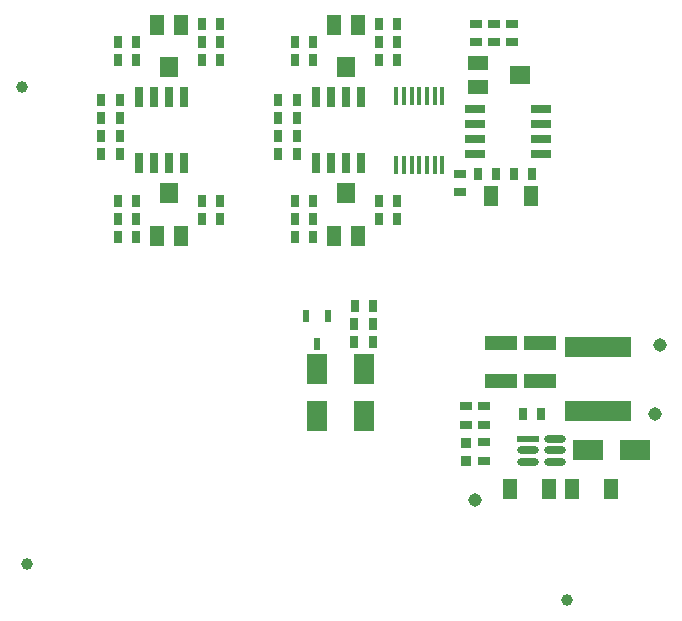
<source format=gtp>
G04*
G04 #@! TF.GenerationSoftware,Altium Limited,Altium Designer,21.6.4 (81)*
G04*
G04 Layer_Color=8421504*
%FSLAX25Y25*%
%MOIN*%
G70*
G04*
G04 #@! TF.SameCoordinates,C5008740-255C-4452-9732-2E8642EA51F4*
G04*
G04*
G04 #@! TF.FilePolarity,Positive*
G04*
G01*
G75*
%ADD14R,0.03000X0.04000*%
%ADD15R,0.04700X0.07100*%
%ADD16R,0.07000X0.02500*%
%ADD17R,0.01772X0.06000*%
%ADD18R,0.04000X0.03000*%
%ADD19R,0.07000X0.05000*%
%ADD20R,0.07000X0.06300*%
%ADD21R,0.05000X0.07000*%
%ADD22R,0.06300X0.07000*%
%ADD23R,0.02500X0.07000*%
%ADD24R,0.03500X0.03500*%
%ADD25R,0.11024X0.05118*%
%ADD26C,0.04500*%
%ADD27R,0.22441X0.07087*%
%ADD28R,0.07301X0.02410*%
G04:AMPARAMS|DCode=29|XSize=73.01mil|YSize=24.1mil|CornerRadius=12.05mil|HoleSize=0mil|Usage=FLASHONLY|Rotation=0.000|XOffset=0mil|YOffset=0mil|HoleType=Round|Shape=RoundedRectangle|*
%AMROUNDEDRECTD29*
21,1,0.07301,0.00000,0,0,0.0*
21,1,0.04891,0.02410,0,0,0.0*
1,1,0.02410,0.02445,0.00000*
1,1,0.02410,-0.02445,0.00000*
1,1,0.02410,-0.02445,0.00000*
1,1,0.02410,0.02445,0.00000*
%
%ADD29ROUNDEDRECTD29*%
%ADD30R,0.09843X0.06693*%
%ADD31R,0.06693X0.09843*%
%ADD32R,0.02362X0.03937*%
%ADD33C,0.03937*%
D14*
X390282Y375126D02*
D03*
X396529D02*
D03*
X408529D02*
D03*
X402282D02*
D03*
X363529Y413126D02*
D03*
X357282D02*
D03*
Y419126D02*
D03*
X363529D02*
D03*
Y425126D02*
D03*
X357282D02*
D03*
X363529Y366126D02*
D03*
X357282D02*
D03*
X363529Y360126D02*
D03*
X357282D02*
D03*
X335529Y413126D02*
D03*
X329282D02*
D03*
X335529Y419126D02*
D03*
X329282D02*
D03*
Y354126D02*
D03*
X335529D02*
D03*
Y360126D02*
D03*
X329282D02*
D03*
X323782Y399626D02*
D03*
X330029D02*
D03*
Y393626D02*
D03*
X323782D02*
D03*
Y387626D02*
D03*
X330029D02*
D03*
Y381626D02*
D03*
X323782D02*
D03*
X329282Y366126D02*
D03*
X335529D02*
D03*
X298282Y360126D02*
D03*
X304529D02*
D03*
X276529Y413126D02*
D03*
X270282D02*
D03*
Y366126D02*
D03*
X276529D02*
D03*
X271029Y399626D02*
D03*
X264782D02*
D03*
X276529Y419126D02*
D03*
X270282D02*
D03*
Y354126D02*
D03*
X276529D02*
D03*
Y360126D02*
D03*
X270282D02*
D03*
X264782Y381626D02*
D03*
X271029D02*
D03*
Y387626D02*
D03*
X264782D02*
D03*
Y393626D02*
D03*
X271029D02*
D03*
X304529Y425126D02*
D03*
X298282D02*
D03*
Y419126D02*
D03*
X304529D02*
D03*
Y413126D02*
D03*
X298282D02*
D03*
Y366126D02*
D03*
X304529D02*
D03*
X411571Y295060D02*
D03*
X405324D02*
D03*
X355427Y319173D02*
D03*
X349180D02*
D03*
Y325173D02*
D03*
X355427D02*
D03*
X355530Y331196D02*
D03*
X349283D02*
D03*
D15*
X408014Y367626D02*
D03*
X394797D02*
D03*
X414222Y270028D02*
D03*
X401006D02*
D03*
X434892D02*
D03*
X421675D02*
D03*
D16*
X389405Y386626D02*
D03*
Y381626D02*
D03*
Y396626D02*
D03*
Y391626D02*
D03*
X411406Y386626D02*
D03*
Y381626D02*
D03*
Y396626D02*
D03*
Y391626D02*
D03*
D17*
X363228Y378209D02*
D03*
X365787D02*
D03*
X368347D02*
D03*
X370905D02*
D03*
X373464D02*
D03*
X376024D02*
D03*
X378583D02*
D03*
X368347Y401043D02*
D03*
X370905D02*
D03*
X378583D02*
D03*
X373464D02*
D03*
X376024D02*
D03*
X363228D02*
D03*
X365787D02*
D03*
D18*
X384405Y375250D02*
D03*
Y369002D02*
D03*
X389906Y425250D02*
D03*
Y419002D02*
D03*
X401905Y425250D02*
D03*
Y419002D02*
D03*
X395905D02*
D03*
Y425250D02*
D03*
X392500Y279376D02*
D03*
Y285624D02*
D03*
Y291376D02*
D03*
Y297624D02*
D03*
X386500Y291376D02*
D03*
Y297624D02*
D03*
D19*
X390305Y404189D02*
D03*
Y412063D02*
D03*
D20*
X404405Y408126D02*
D03*
D21*
X342469Y424726D02*
D03*
X350342D02*
D03*
Y354526D02*
D03*
X342469D02*
D03*
X283469D02*
D03*
X291342D02*
D03*
X283469Y424726D02*
D03*
X291342D02*
D03*
D22*
X346406Y410626D02*
D03*
Y368626D02*
D03*
X287405D02*
D03*
Y410626D02*
D03*
D23*
X341406Y400626D02*
D03*
X336405D02*
D03*
X351406D02*
D03*
X346406D02*
D03*
X341406Y378626D02*
D03*
X336405D02*
D03*
X351406D02*
D03*
X346406D02*
D03*
X282405Y400626D02*
D03*
X277406D02*
D03*
X292406D02*
D03*
X287405D02*
D03*
X282405Y378626D02*
D03*
X277406D02*
D03*
X292406D02*
D03*
X287405D02*
D03*
D24*
X386500Y285500D02*
D03*
Y279500D02*
D03*
D25*
X411000Y306101D02*
D03*
Y318899D02*
D03*
X398000Y306101D02*
D03*
Y318899D02*
D03*
D26*
X389500Y266500D02*
D03*
X451000Y318000D02*
D03*
X449500Y295000D02*
D03*
D27*
X430500Y296000D02*
D03*
Y317500D02*
D03*
D28*
X407027Y286675D02*
D03*
D29*
Y282935D02*
D03*
Y279195D02*
D03*
X416084D02*
D03*
Y282935D02*
D03*
Y286675D02*
D03*
D30*
X442748Y283000D02*
D03*
X427000D02*
D03*
D31*
X336803Y294299D02*
D03*
Y310047D02*
D03*
X352303Y294299D02*
D03*
Y310047D02*
D03*
D32*
X336803Y318449D02*
D03*
X333063Y327898D02*
D03*
X340543D02*
D03*
D33*
X240000Y245000D02*
D03*
X420000Y233000D02*
D03*
X238500Y404000D02*
D03*
M02*

</source>
